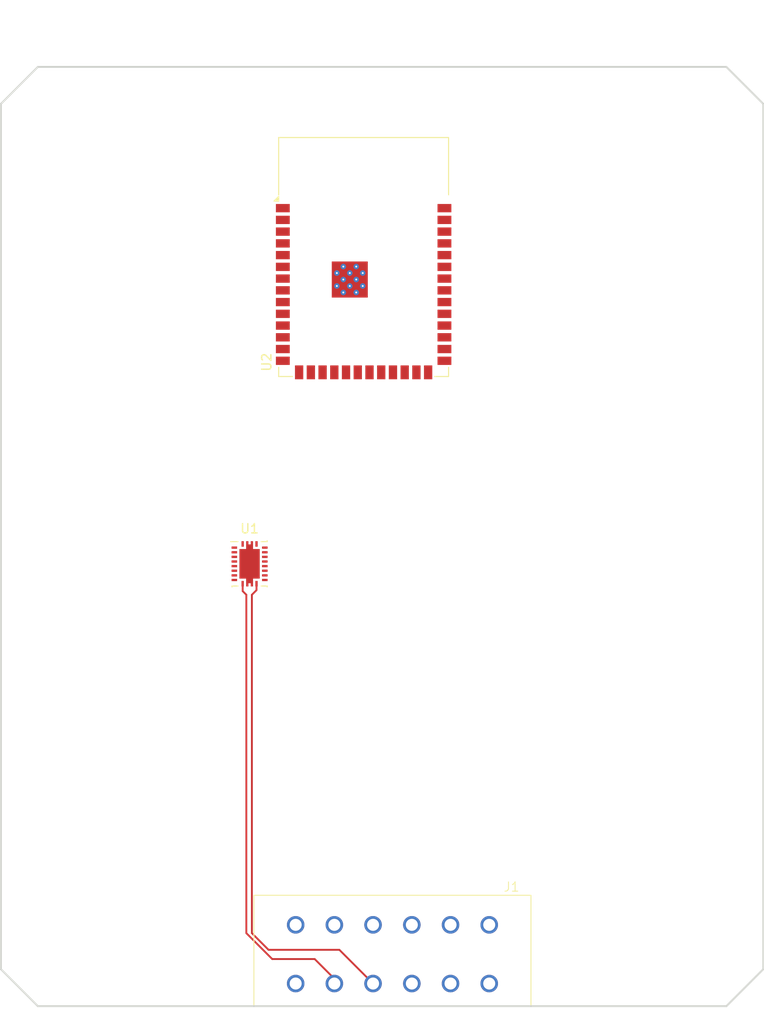
<source format=kicad_pcb>
(kicad_pcb (version 20241229) (generator "pcbnew") (generator_version "9.0")
  (layers (0 "F.Cu" signal) (2 "B.Cu" signal) (13 "F.Paste" user) (15 "B.Paste" user) (5 "F.SilkS" user "F.Silkscreen") (7 "B.SilkS" user "B.Silkscreen") (1 "F.Mask" user) (3 "B.Mask" user) (25 "Edge.Cuts" user))
  (net 0 "")
  (net 20 "Net-(U4-IO46)")
  (net 23 "Net-(U2-GND-Pad1)")
  (net 61 "Net-(U1-CANH)")
  (net 63 "Net-(U4-IO3)")
  (net 66 "Net-(U1-CANL)")
  (footprint "ssh_Library:VQFN-26_EP_3.5x4.5_Pitch0.5mm" (layer "F.Cu") (at 75.15 105.25)
    (property "Reference" "U1" (at 0 -3.8 0) (layer "F.SilkS"))
    (property "Value" "~")
    (fp_line (start -1.9 2.4) (end -1.9 2.5) (stroke (width 0.12)) (layer "F.SilkS"))
    (fp_line (start -1.25 -2.4) (end -2.05 -2.4) (stroke (width 0.12)) (layer "F.SilkS"))
    (fp_line (start -1.25 2.4) (end -1.9 2.4) (stroke (width 0.12)) (layer "F.SilkS"))
    (fp_line (start 1.25 -2.4) (end 1.9 -2.4) (stroke (width 0.12)) (layer "F.SilkS"))
    (fp_line (start 1.25 2.4) (end 1.9 2.4) (stroke (width 0.12)) (layer "F.SilkS"))
    (fp_line (start 1.9 -2.4) (end 1.9 -2.5) (stroke (width 0.12)) (layer "F.SilkS"))
    (fp_line (start 1.9 2.4) (end 1.9 2.5) (stroke (width 0.12)) (layer "F.SilkS"))
    (pad "1" smd rect (at -0.75 -2.15) (size 0.25 0.6) (layers "F.Cu" "F.Mask" "F.Paste"))
    (pad "2" smd rect (at -1.65 -1.75 90) (size 0.25 0.6) (layers "F.Cu" "F.Mask" "F.Paste"))
    (pad "3" smd rect (at -1.65 -1.25 90) (size 0.25 0.6) (layers "F.Cu" "F.Mask" "F.Paste"))
    (pad "4" smd rect (at -1.65 -0.75 90) (size 0.25 0.6) (layers "F.Cu" "F.Mask" "F.Paste"))
    (pad "5" smd rect (at -1.65 -0.25 90) (size 0.25 0.6) (layers "F.Cu" "F.Mask" "F.Paste"))
    (pad "6" smd rect (at -1.65 0.25 90) (size 0.25 0.6) (layers "F.Cu" "F.Mask" "F.Paste"))
    (pad "7" smd rect (at -1.65 0.75 90) (size 0.25 0.6) (layers "F.Cu" "F.Mask" "F.Paste"))
    (pad "8" smd rect (at -1.65 1.25 90) (size 0.25 0.6) (layers "F.Cu" "F.Mask" "F.Paste"))
    (pad "9" smd rect (at -1.65 1.75 90) (size 0.25 0.6) (layers "F.Cu" "F.Mask" "F.Paste"))
    (pad "10" smd rect (at -0.75 2.15) (size 0.25 0.6) (layers "F.Cu" "F.Mask" "F.Paste") (net 66 "Net-(U1-CANL)"))
    (pad "11" smd rect (at 0.75 2.15) (size 0.25 0.6) (layers "F.Cu" "F.Mask" "F.Paste") (net 61 "Net-(U1-CANH)"))
    (pad "12" smd rect (at 1.65 1.75 90) (size 0.25 0.6) (layers "F.Cu" "F.Mask" "F.Paste"))
    (pad "13" smd rect (at 1.65 1.25 90) (size 0.25 0.6) (layers "F.Cu" "F.Mask" "F.Paste"))
    (pad "14" smd rect (at 1.65 0.75 90) (size 0.25 0.6) (layers "F.Cu" "F.Mask" "F.Paste"))
    (pad "15" smd rect (at 1.65 0.25 90) (size 0.25 0.6) (layers "F.Cu" "F.Mask" "F.Paste"))
    (pad "16" smd rect (at 1.65 -0.25 90) (size 0.25 0.6) (layers "F.Cu" "F.Mask" "F.Paste"))
    (pad "17" smd rect (at 1.65 -0.75 90) (size 0.25 0.6) (layers "F.Cu" "F.Mask" "F.Paste"))
    (pad "18" smd rect (at 1.65 -1.25 90) (size 0.25 0.6) (layers "F.Cu" "F.Mask" "F.Paste"))
    (pad "19" smd rect (at 1.65 -1.75 90) (size 0.25 0.6) (layers "F.Cu" "F.Mask" "F.Paste"))
    (pad "20" smd rect (at 0.75 -2.15) (size 0.25 0.6) (layers "F.Cu" "F.Mask" "F.Paste"))
    (pad "21" smd custom (at 0 0) (size 2.2 3.2) (layers "F.Cu" "F.Mask") (options (clearance outline) (anchor rect)) (primitives (gr_poly (pts (xy -0.375 2.45) (xy -0.125 2.45) (xy -0.125 2.1) (xy 0.125 2.1) (xy 0.125 2.45) (xy 0.375 2.45) (xy 0.375 1.5) (xy -0.375 1.5)) (width 0) (fill yes)) (gr_poly (pts (xy -0.375 -2.45) (xy -0.125 -2.45) (xy -0.125 -2.1) (xy 0.125 -2.1) (xy 0.125 -2.45) (xy 0.375 -2.45) (xy 0.375 -1.5) (xy -0.375 -1.5)) (width 0) (fill yes))))
  )
  (footprint "ssh_conn_lib:DTM13-12PA-R008" (layer "F.Cu") (at 90.62 153.1)
    (property "Reference" "J1" (at 12.9 -12.9 0) (layer "F.SilkS") (effects (font (thickness 0.1))))
    (property "Value" "~")
    (fp_rect (start -15 -12) (end 15 0) (stroke (width 0.1)) (fill no) (layer "F.SilkS"))
    (pad "1" thru_hole circle (at 10.48 -2.45) (size 1.9 1.9) (drill 1.3) (layers "*.Cu" "*.Mask") (net 63 "Net-(U4-IO3)"))
    (pad "2" thru_hole circle (at 6.29 -2.45) (size 1.9 1.9) (drill 1.3) (layers "*.Cu" "*.Mask") (net 20 "Net-(U4-IO46)"))
    (pad "3" thru_hole circle (at 2.1 -2.45) (size 1.9 1.9) (drill 1.3) (layers "*.Cu" "*.Mask"))
    (pad "4" thru_hole circle (at -2.1 -2.45) (size 1.9 1.9) (drill 1.3) (layers "*.Cu" "*.Mask") (net 61 "Net-(U1-CANH)"))
    (pad "5" thru_hole circle (at -6.29 -2.45) (size 1.9 1.9) (drill 1.3) (layers "*.Cu" "*.Mask") (net 66 "Net-(U1-CANL)"))
    (pad "6" thru_hole circle (at -10.48 -2.45) (size 1.9 1.9) (drill 1.3) (layers "*.Cu" "*.Mask"))
    (pad "7" thru_hole circle (at -10.48 -8.8) (size 1.9 1.9) (drill 1.3) (layers "*.Cu" "*.Mask"))
    (pad "8" thru_hole circle (at -6.29 -8.8) (size 1.9 1.9) (drill 1.3) (layers "*.Cu" "*.Mask"))
    (pad "9" thru_hole circle (at -2.1 -8.8) (size 1.9 1.9) (drill 1.3) (layers "*.Cu" "*.Mask"))
    (pad "10" thru_hole circle (at 2.1 -8.8) (size 1.9 1.9) (drill 1.3) (layers "*.Cu" "*.Mask"))
    (pad "11" thru_hole circle (at 6.29 -8.8) (size 1.9 1.9) (drill 1.3) (layers "*.Cu" "*.Mask"))
    (pad "12" thru_hole circle (at 10.48 -8.8) (size 1.9 1.9) (drill 1.3) (layers "*.Cu" "*.Mask"))
  )
  (footprint "RF_Module:ESP32-S3-WROOM-1" (layer "F.Cu") (at 87.5 72.04)
    (property "Reference" "U2" (at -10.5 11.4 90) (layer "F.SilkS"))
    (property "Value" "ESP32-S3-WROOM-1")
    (fp_line (start -9.2 -12.9) (end -9.2 -6.7) (stroke (width 0.12)) (layer "F.SilkS"))
    (fp_line (start -9.2 -12.9) (end 9.2 -12.9) (stroke (width 0.12)) (layer "F.SilkS"))
    (fp_line (start -9.2 11.95) (end -9.2 12.95) (stroke (width 0.12)) (layer "F.SilkS"))
    (fp_line (start -9.2 12.95) (end -7.7 12.95) (stroke (width 0.12)) (layer "F.SilkS"))
    (fp_line (start 9.2 -12.9) (end 9.2 -6.7) (stroke (width 0.12)) (layer "F.SilkS"))
    (fp_line (start 9.2 12.95) (end 7.7 12.95) (stroke (width 0.12)) (layer "F.SilkS"))
    (fp_line (start 9.2 12.95) (end 9.2 11.95) (stroke (width 0.12)) (layer "F.SilkS"))
    (fp_poly (pts (xy -9.2 -6.025) (xy -9.7 -6.025) (xy -9.2 -6.525) (xy -9.2 -6.025)) (stroke (width 0.12)) (fill yes) (layer "F.SilkS"))
    (pad "1" smd rect (at -8.75 -5.26) (size 1.5 0.9) (layers "F.Cu" "F.Mask" "F.Paste") (net 23 "Net-(U2-GND-Pad1)"))
    (pad "2" smd rect (at -8.75 -3.99) (size 1.5 0.9) (layers "F.Cu" "F.Mask" "F.Paste"))
    (pad "3" smd rect (at -8.75 -2.72) (size 1.5 0.9) (layers "F.Cu" "F.Mask" "F.Paste"))
    (pad "4" smd rect (at -8.75 -1.45) (size 1.5 0.9) (layers "F.Cu" "F.Mask" "F.Paste"))
    (pad "5" smd rect (at -8.75 -0.18) (size 1.5 0.9) (layers "F.Cu" "F.Mask" "F.Paste"))
    (pad "6" smd rect (at -8.75 1.09) (size 1.5 0.9) (layers "F.Cu" "F.Mask" "F.Paste"))
    (pad "7" smd rect (at -8.75 2.36) (size 1.5 0.9) (layers "F.Cu" "F.Mask" "F.Paste"))
    (pad "8" smd rect (at -8.75 3.63) (size 1.5 0.9) (layers "F.Cu" "F.Mask" "F.Paste"))
    (pad "9" smd rect (at -8.75 4.9) (size 1.5 0.9) (layers "F.Cu" "F.Mask" "F.Paste"))
    (pad "10" smd rect (at -8.75 6.17) (size 1.5 0.9) (layers "F.Cu" "F.Mask" "F.Paste"))
    (pad "11" smd rect (at -8.75 7.44) (size 1.5 0.9) (layers "F.Cu" "F.Mask" "F.Paste"))
    (pad "12" smd rect (at -8.75 8.71) (size 1.5 0.9) (layers "F.Cu" "F.Mask" "F.Paste"))
    (pad "13" smd rect (at -8.75 9.98) (size 1.5 0.9) (layers "F.Cu" "F.Mask" "F.Paste"))
    (pad "14" smd rect (at -8.75 11.25 180) (size 1.5 0.9) (layers "F.Cu" "F.Mask" "F.Paste"))
    (pad "15" smd rect (at -6.985 12.5 270) (size 1.5 0.9) (layers "F.Cu" "F.Mask" "F.Paste"))
    (pad "16" smd rect (at -5.715 12.5 270) (size 1.5 0.9) (layers "F.Cu" "F.Mask" "F.Paste"))
    (pad "17" smd rect (at -4.445 12.5 270) (size 1.5 0.9) (layers "F.Cu" "F.Mask" "F.Paste"))
    (pad "18" smd rect (at -3.175 12.5 270) (size 1.5 0.9) (layers "F.Cu" "F.Mask" "F.Paste"))
    (pad "19" smd rect (at -1.905 12.5 270) (size 1.5 0.9) (layers "F.Cu" "F.Mask" "F.Paste"))
    (pad "20" smd rect (at -0.635 12.5 270) (size 1.5 0.9) (layers "F.Cu" "F.Mask" "F.Paste"))
    (pad "21" smd rect (at 0.635 12.5 270) (size 1.5 0.9) (layers "F.Cu" "F.Mask" "F.Paste"))
    (pad "22" smd rect (at 1.905 12.5 270) (size 1.5 0.9) (layers "F.Cu" "F.Mask" "F.Paste"))
    (pad "23" smd rect (at 3.175 12.5 270) (size 1.5 0.9) (layers "F.Cu" "F.Mask" "F.Paste"))
    (pad "24" smd rect (at 4.445 12.5 270) (size 1.5 0.9) (layers "F.Cu" "F.Mask" "F.Paste"))
    (pad "25" smd rect (at 5.715 12.5 270) (size 1.5 0.9) (layers "F.Cu" "F.Mask" "F.Paste"))
    (pad "26" smd rect (at 6.985 12.5 270) (size 1.5 0.9) (layers "F.Cu" "F.Mask" "F.Paste"))
    (pad "27" smd rect (at 8.75 11.25) (size 1.5 0.9) (layers "F.Cu" "F.Mask" "F.Paste"))
    (pad "28" smd rect (at 8.75 9.98) (size 1.5 0.9) (layers "F.Cu" "F.Mask" "F.Paste"))
    (pad "29" smd rect (at 8.75 8.71) (size 1.5 0.9) (layers "F.Cu" "F.Mask" "F.Paste"))
    (pad "30" smd rect (at 8.75 7.44) (size 1.5 0.9) (layers "F.Cu" "F.Mask" "F.Paste"))
    (pad "31" smd rect (at 8.75 6.17) (size 1.5 0.9) (layers "F.Cu" "F.Mask" "F.Paste"))
    (pad "32" smd rect (at 8.75 4.9) (size 1.5 0.9) (layers "F.Cu" "F.Mask" "F.Paste"))
    (pad "33" smd rect (at 8.75 3.63) (size 1.5 0.9) (layers "F.Cu" "F.Mask" "F.Paste"))
    (pad "34" smd rect (at 8.75 2.36) (size 1.5 0.9) (layers "F.Cu" "F.Mask" "F.Paste"))
    (pad "35" smd rect (at 8.75 1.09) (size 1.5 0.9) (layers "F.Cu" "F.Mask" "F.Paste"))
    (pad "36" smd rect (at 8.75 -0.18) (size 1.5 0.9) (layers "F.Cu" "F.Mask" "F.Paste"))
    (pad "37" smd rect (at 8.75 -1.45) (size 1.5 0.9) (layers "F.Cu" "F.Mask" "F.Paste"))
    (pad "38" smd rect (at 8.75 -2.72) (size 1.5 0.9) (layers "F.Cu" "F.Mask" "F.Paste"))
    (pad "39" smd rect (at 8.75 -3.99) (size 1.5 0.9) (layers "F.Cu" "F.Mask" "F.Paste"))
    (pad "40" smd rect (at 8.75 -5.26) (size 1.5 0.9) (layers "F.Cu" "F.Mask" "F.Paste") (net 23 "Net-(U2-GND-Pad1)"))
    (pad "41" thru_hole circle (at -2.9 1.76 90) (size 0.6 0.6) (drill 0.2) (property pad_prop_heatsink) (layers "*.Cu" "F.Mask") (net 23 "Net-(U2-GND-Pad1)"))
    (pad "41" thru_hole circle (at -2.9 3.16) (size 0.6 0.6) (drill 0.2) (property pad_prop_heatsink) (layers "*.Cu" "F.Mask") (net 23 "Net-(U2-GND-Pad1)"))
    (pad "41" thru_hole circle (at -2.2 1.06) (size 0.6 0.6) (drill 0.2) (property pad_prop_heatsink) (layers "*.Cu" "F.Mask") (net 23 "Net-(U2-GND-Pad1)"))
    (pad "41" thru_hole circle (at -2.2 2.46) (size 0.6 0.6) (drill 0.2) (property pad_prop_heatsink) (layers "*.Cu" "F.Mask") (net 23 "Net-(U2-GND-Pad1)"))
    (pad "41" thru_hole circle (at -2.2 3.86) (size 0.6 0.6) (drill 0.2) (property pad_prop_heatsink) (layers "*.Cu" "F.Mask") (net 23 "Net-(U2-GND-Pad1)"))
    (pad "41" thru_hole circle (at -1.5 1.76) (size 0.6 0.6) (drill 0.2) (property pad_prop_heatsink) (layers "*.Cu" "F.Mask") (net 23 "Net-(U2-GND-Pad1)"))
    (pad "41" smd rect (at -1.5 2.46 270) (size 3.9 3.9) (property pad_prop_heatsink) (layers "F.Cu" "F.Mask") (net 23 "Net-(U2-GND-Pad1)"))
    (pad "41" thru_hole circle (at -1.5 3.16) (size 0.6 0.6) (drill 0.2) (property pad_prop_heatsink) (layers "*.Cu" "F.Mask") (net 23 "Net-(U2-GND-Pad1)"))
    (pad "41" thru_hole circle (at -0.8 1.06) (size 0.6 0.6) (drill 0.2) (property pad_prop_heatsink) (layers "*.Cu" "F.Mask") (net 23 "Net-(U2-GND-Pad1)"))
    (pad "41" thru_hole circle (at -0.8 2.46) (size 0.6 0.6) (drill 0.2) (property pad_prop_heatsink) (layers "*.Cu" "F.Mask") (net 23 "Net-(U2-GND-Pad1)"))
    (pad "41" thru_hole circle (at -0.8 3.86) (size 0.6 0.6) (drill 0.2) (property pad_prop_heatsink) (layers "*.Cu" "F.Mask") (net 23 "Net-(U2-GND-Pad1)"))
    (pad "41" thru_hole circle (at -0.1 1.76) (size 0.6 0.6) (drill 0.2) (property pad_prop_heatsink) (layers "*.Cu" "F.Mask") (net 23 "Net-(U2-GND-Pad1)"))
    (pad "41" thru_hole circle (at -0.1 3.16) (size 0.6 0.6) (drill 0.2) (property pad_prop_heatsink) (layers "*.Cu" "F.Mask") (net 23 "Net-(U2-GND-Pad1)"))
  )
  (gr_line (start 48.225 149.1) (end 52.225 153.1) (stroke (width 0.2)) (layer "Edge.Cuts"))
  (gr_line (start 130.775 55.5) (end 126.775 51.5) (stroke (width 0.2)) (layer "Edge.Cuts"))
  (gr_line (start 126.775 153.1) (end 130.775 149.1) (stroke (width 0.2)) (layer "Edge.Cuts"))
  (gr_line (start 52.225 51.5) (end 126.775 51.5) (stroke (width 0.2)) (layer "Edge.Cuts"))
  (gr_line (start 48.225 55.5) (end 52.225 51.5) (stroke (width 0.2)) (layer "Edge.Cuts"))
  (gr_line (start 48.225 149.1) (end 48.225 55.5) (stroke (width 0.2)) (layer "Edge.Cuts"))
  (gr_line (start 52.225 153.1) (end 126.775 153.1) (stroke (width 0.2)) (layer "Edge.Cuts"))
  (gr_line (start 130.775 149.1) (end 130.775 55.5) (stroke (width 0.2)) (layer "Edge.Cuts"))
  (segment (start 75.9 108.1) (end 75.4 108.6) (width 0.2) (layer "F.Cu") (net 61))
  (segment (start 75.4 145.2) (end 77.2 147) (width 0.2) (layer "F.Cu") (net 61))
  (segment (start 84.87 147) (end 88.52 150.65) (width 0.2) (layer "F.Cu") (net 61))
  (segment (start 75.4 108.6) (end 75.4 145.2) (width 0.2) (layer "F.Cu") (net 61))
  (segment (start 75.9 107.4) (end 75.9 108.1) (width 0.2) (layer "F.Cu") (net 61))
  (segment (start 77.2 147) (end 84.87 147) (width 0.2) (layer "F.Cu") (net 61))
  (segment (start 74.4 107.4) (end 74.4 108.2) (width 0.2) (layer "F.Cu") (net 66))
  (segment (start 77.6 148) (end 82.2 148) (width 0.2) (layer "F.Cu") (net 66))
  (segment (start 74.8 145.2) (end 77.6 148) (width 0.2) (layer "F.Cu") (net 66))
  (segment (start 84.33 150.13) (end 84.33 150.65) (width 0.2) (layer "F.Cu") (net 66))
  (segment (start 74.4 108.2) (end 74.8 108.6) (width 0.2) (layer "F.Cu") (net 66))
  (segment (start 74.8 108.6) (end 74.8 145.2) (width 0.2) (layer "F.Cu") (net 66))
  (segment (start 82.2 148) (end 84.33 150.13) (width 0.2) (layer "F.Cu") (net 66))
)
</source>
